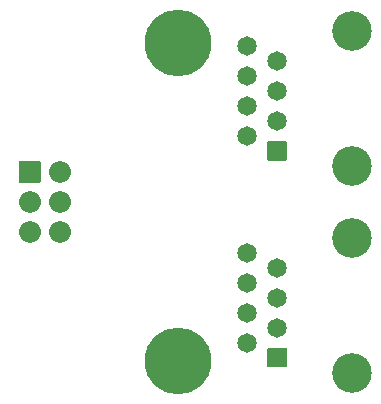
<source format=gbs>
G04 #@! TF.GenerationSoftware,KiCad,Pcbnew,6.0.10-86aedd382b~118~ubuntu18.04.1*
G04 #@! TF.CreationDate,2025-04-04T15:15:07-06:00*
G04 #@! TF.ProjectId,mss-xcade-can,6d73732d-7863-4616-9465-2d63616e2e6b,rev?*
G04 #@! TF.SameCoordinates,Original*
G04 #@! TF.FileFunction,Soldermask,Bot*
G04 #@! TF.FilePolarity,Negative*
%FSLAX46Y46*%
G04 Gerber Fmt 4.6, Leading zero omitted, Abs format (unit mm)*
G04 Created by KiCad (PCBNEW 6.0.10-86aedd382b~118~ubuntu18.04.1) date 2025-04-04 15:15:07*
%MOMM*%
%LPD*%
G01*
G04 APERTURE LIST*
%ADD10C,3.352400*%
%ADD11C,1.652400*%
%ADD12O,1.852400X1.852400*%
%ADD13C,5.652400*%
G04 APERTURE END LIST*
D10*
X106152000Y-129032000D03*
X106152000Y-117602000D03*
G36*
G01*
X100552000Y-128588200D02*
X99052000Y-128588200D01*
G75*
G02*
X98975800Y-128512000I0J76200D01*
G01*
X98975800Y-127012000D01*
G75*
G02*
X99052000Y-126935800I76200J0D01*
G01*
X100552000Y-126935800D01*
G75*
G02*
X100628200Y-127012000I0J-76200D01*
G01*
X100628200Y-128512000D01*
G75*
G02*
X100552000Y-128588200I-76200J0D01*
G01*
G37*
D11*
X97262000Y-126492000D03*
X99802000Y-125222000D03*
X97262000Y-123952000D03*
X99802000Y-122682000D03*
X97262000Y-121412000D03*
X99802000Y-120142000D03*
X97262000Y-118872000D03*
G36*
G01*
X77935800Y-130405000D02*
X77935800Y-128705000D01*
G75*
G02*
X78012000Y-128628800I76200J0D01*
G01*
X79712000Y-128628800D01*
G75*
G02*
X79788200Y-128705000I0J-76200D01*
G01*
X79788200Y-130405000D01*
G75*
G02*
X79712000Y-130481200I-76200J0D01*
G01*
X78012000Y-130481200D01*
G75*
G02*
X77935800Y-130405000I0J76200D01*
G01*
G37*
D12*
X81402000Y-129555000D03*
X78862000Y-132095000D03*
X81402000Y-132095000D03*
X78862000Y-134635000D03*
X81402000Y-134635000D03*
D13*
X91440000Y-145542000D03*
D10*
X106152000Y-146522500D03*
X106152000Y-135092500D03*
G36*
G01*
X100552000Y-146078700D02*
X99052000Y-146078700D01*
G75*
G02*
X98975800Y-146002500I0J76200D01*
G01*
X98975800Y-144502500D01*
G75*
G02*
X99052000Y-144426300I76200J0D01*
G01*
X100552000Y-144426300D01*
G75*
G02*
X100628200Y-144502500I0J-76200D01*
G01*
X100628200Y-146002500D01*
G75*
G02*
X100552000Y-146078700I-76200J0D01*
G01*
G37*
D11*
X97262000Y-143982500D03*
X99802000Y-142712500D03*
X97262000Y-141442500D03*
X99802000Y-140172500D03*
X97262000Y-138902500D03*
X99802000Y-137632500D03*
X97262000Y-136362500D03*
D13*
X91440000Y-118618000D03*
M02*

</source>
